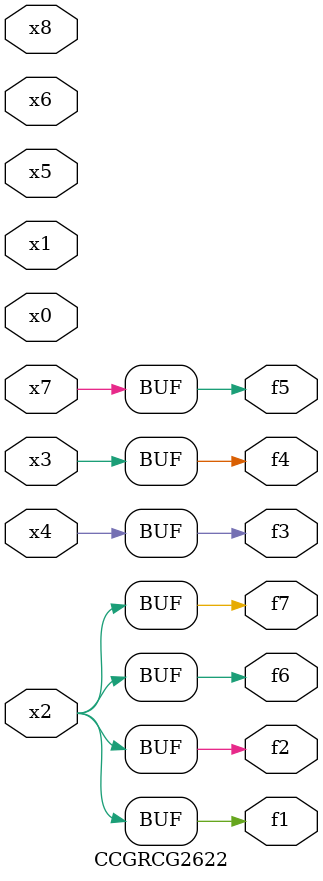
<source format=v>
module CCGRCG2622(
	input x0, x1, x2, x3, x4, x5, x6, x7, x8,
	output f1, f2, f3, f4, f5, f6, f7
);
	assign f1 = x2;
	assign f2 = x2;
	assign f3 = x4;
	assign f4 = x3;
	assign f5 = x7;
	assign f6 = x2;
	assign f7 = x2;
endmodule

</source>
